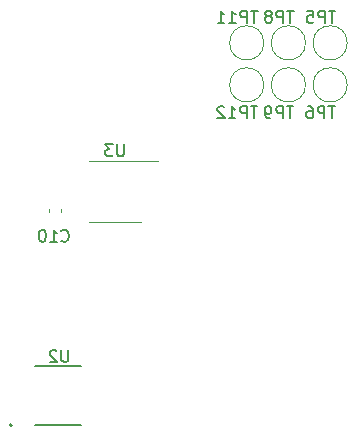
<source format=gbr>
%TF.GenerationSoftware,KiCad,Pcbnew,7.0.9*%
%TF.CreationDate,2023-12-12T05:21:09-05:00*%
%TF.ProjectId,MotorDriver,4d6f746f-7244-4726-9976-65722e6b6963,rev?*%
%TF.SameCoordinates,Original*%
%TF.FileFunction,Legend,Bot*%
%TF.FilePolarity,Positive*%
%FSLAX46Y46*%
G04 Gerber Fmt 4.6, Leading zero omitted, Abs format (unit mm)*
G04 Created by KiCad (PCBNEW 7.0.9) date 2023-12-12 05:21:09*
%MOMM*%
%LPD*%
G01*
G04 APERTURE LIST*
%ADD10C,0.150000*%
%ADD11C,0.120000*%
%ADD12C,0.127000*%
%ADD13C,0.200000*%
G04 APERTURE END LIST*
D10*
X79281257Y-138764180D02*
X79328876Y-138811800D01*
X79328876Y-138811800D02*
X79471733Y-138859419D01*
X79471733Y-138859419D02*
X79566971Y-138859419D01*
X79566971Y-138859419D02*
X79709828Y-138811800D01*
X79709828Y-138811800D02*
X79805066Y-138716561D01*
X79805066Y-138716561D02*
X79852685Y-138621323D01*
X79852685Y-138621323D02*
X79900304Y-138430847D01*
X79900304Y-138430847D02*
X79900304Y-138287990D01*
X79900304Y-138287990D02*
X79852685Y-138097514D01*
X79852685Y-138097514D02*
X79805066Y-138002276D01*
X79805066Y-138002276D02*
X79709828Y-137907038D01*
X79709828Y-137907038D02*
X79566971Y-137859419D01*
X79566971Y-137859419D02*
X79471733Y-137859419D01*
X79471733Y-137859419D02*
X79328876Y-137907038D01*
X79328876Y-137907038D02*
X79281257Y-137954657D01*
X78328876Y-138859419D02*
X78900304Y-138859419D01*
X78614590Y-138859419D02*
X78614590Y-137859419D01*
X78614590Y-137859419D02*
X78709828Y-138002276D01*
X78709828Y-138002276D02*
X78805066Y-138097514D01*
X78805066Y-138097514D02*
X78900304Y-138145133D01*
X77709828Y-137859419D02*
X77614590Y-137859419D01*
X77614590Y-137859419D02*
X77519352Y-137907038D01*
X77519352Y-137907038D02*
X77471733Y-137954657D01*
X77471733Y-137954657D02*
X77424114Y-138049895D01*
X77424114Y-138049895D02*
X77376495Y-138240371D01*
X77376495Y-138240371D02*
X77376495Y-138478466D01*
X77376495Y-138478466D02*
X77424114Y-138668942D01*
X77424114Y-138668942D02*
X77471733Y-138764180D01*
X77471733Y-138764180D02*
X77519352Y-138811800D01*
X77519352Y-138811800D02*
X77614590Y-138859419D01*
X77614590Y-138859419D02*
X77709828Y-138859419D01*
X77709828Y-138859419D02*
X77805066Y-138811800D01*
X77805066Y-138811800D02*
X77852685Y-138764180D01*
X77852685Y-138764180D02*
X77900304Y-138668942D01*
X77900304Y-138668942D02*
X77947923Y-138478466D01*
X77947923Y-138478466D02*
X77947923Y-138240371D01*
X77947923Y-138240371D02*
X77900304Y-138049895D01*
X77900304Y-138049895D02*
X77852685Y-137954657D01*
X77852685Y-137954657D02*
X77805066Y-137907038D01*
X77805066Y-137907038D02*
X77709828Y-137859419D01*
X102480904Y-119317419D02*
X101909476Y-119317419D01*
X102195190Y-120317419D02*
X102195190Y-119317419D01*
X101576142Y-120317419D02*
X101576142Y-119317419D01*
X101576142Y-119317419D02*
X101195190Y-119317419D01*
X101195190Y-119317419D02*
X101099952Y-119365038D01*
X101099952Y-119365038D02*
X101052333Y-119412657D01*
X101052333Y-119412657D02*
X101004714Y-119507895D01*
X101004714Y-119507895D02*
X101004714Y-119650752D01*
X101004714Y-119650752D02*
X101052333Y-119745990D01*
X101052333Y-119745990D02*
X101099952Y-119793609D01*
X101099952Y-119793609D02*
X101195190Y-119841228D01*
X101195190Y-119841228D02*
X101576142Y-119841228D01*
X100099952Y-119317419D02*
X100576142Y-119317419D01*
X100576142Y-119317419D02*
X100623761Y-119793609D01*
X100623761Y-119793609D02*
X100576142Y-119745990D01*
X100576142Y-119745990D02*
X100480904Y-119698371D01*
X100480904Y-119698371D02*
X100242809Y-119698371D01*
X100242809Y-119698371D02*
X100147571Y-119745990D01*
X100147571Y-119745990D02*
X100099952Y-119793609D01*
X100099952Y-119793609D02*
X100052333Y-119888847D01*
X100052333Y-119888847D02*
X100052333Y-120126942D01*
X100052333Y-120126942D02*
X100099952Y-120222180D01*
X100099952Y-120222180D02*
X100147571Y-120269800D01*
X100147571Y-120269800D02*
X100242809Y-120317419D01*
X100242809Y-120317419D02*
X100480904Y-120317419D01*
X100480904Y-120317419D02*
X100576142Y-120269800D01*
X100576142Y-120269800D02*
X100623761Y-120222180D01*
X98924904Y-127394619D02*
X98353476Y-127394619D01*
X98639190Y-128394619D02*
X98639190Y-127394619D01*
X98020142Y-128394619D02*
X98020142Y-127394619D01*
X98020142Y-127394619D02*
X97639190Y-127394619D01*
X97639190Y-127394619D02*
X97543952Y-127442238D01*
X97543952Y-127442238D02*
X97496333Y-127489857D01*
X97496333Y-127489857D02*
X97448714Y-127585095D01*
X97448714Y-127585095D02*
X97448714Y-127727952D01*
X97448714Y-127727952D02*
X97496333Y-127823190D01*
X97496333Y-127823190D02*
X97543952Y-127870809D01*
X97543952Y-127870809D02*
X97639190Y-127918428D01*
X97639190Y-127918428D02*
X98020142Y-127918428D01*
X96972523Y-128394619D02*
X96782047Y-128394619D01*
X96782047Y-128394619D02*
X96686809Y-128347000D01*
X96686809Y-128347000D02*
X96639190Y-128299380D01*
X96639190Y-128299380D02*
X96543952Y-128156523D01*
X96543952Y-128156523D02*
X96496333Y-127966047D01*
X96496333Y-127966047D02*
X96496333Y-127585095D01*
X96496333Y-127585095D02*
X96543952Y-127489857D01*
X96543952Y-127489857D02*
X96591571Y-127442238D01*
X96591571Y-127442238D02*
X96686809Y-127394619D01*
X96686809Y-127394619D02*
X96877285Y-127394619D01*
X96877285Y-127394619D02*
X96972523Y-127442238D01*
X96972523Y-127442238D02*
X97020142Y-127489857D01*
X97020142Y-127489857D02*
X97067761Y-127585095D01*
X97067761Y-127585095D02*
X97067761Y-127823190D01*
X97067761Y-127823190D02*
X97020142Y-127918428D01*
X97020142Y-127918428D02*
X96972523Y-127966047D01*
X96972523Y-127966047D02*
X96877285Y-128013666D01*
X96877285Y-128013666D02*
X96686809Y-128013666D01*
X96686809Y-128013666D02*
X96591571Y-127966047D01*
X96591571Y-127966047D02*
X96543952Y-127918428D01*
X96543952Y-127918428D02*
X96496333Y-127823190D01*
X79857504Y-148044819D02*
X79857504Y-148854342D01*
X79857504Y-148854342D02*
X79809885Y-148949580D01*
X79809885Y-148949580D02*
X79762266Y-148997200D01*
X79762266Y-148997200D02*
X79667028Y-149044819D01*
X79667028Y-149044819D02*
X79476552Y-149044819D01*
X79476552Y-149044819D02*
X79381314Y-148997200D01*
X79381314Y-148997200D02*
X79333695Y-148949580D01*
X79333695Y-148949580D02*
X79286076Y-148854342D01*
X79286076Y-148854342D02*
X79286076Y-148044819D01*
X78857504Y-148140057D02*
X78809885Y-148092438D01*
X78809885Y-148092438D02*
X78714647Y-148044819D01*
X78714647Y-148044819D02*
X78476552Y-148044819D01*
X78476552Y-148044819D02*
X78381314Y-148092438D01*
X78381314Y-148092438D02*
X78333695Y-148140057D01*
X78333695Y-148140057D02*
X78286076Y-148235295D01*
X78286076Y-148235295D02*
X78286076Y-148330533D01*
X78286076Y-148330533D02*
X78333695Y-148473390D01*
X78333695Y-148473390D02*
X78905123Y-149044819D01*
X78905123Y-149044819D02*
X78286076Y-149044819D01*
X95895894Y-119317419D02*
X95324466Y-119317419D01*
X95610180Y-120317419D02*
X95610180Y-119317419D01*
X94991132Y-120317419D02*
X94991132Y-119317419D01*
X94991132Y-119317419D02*
X94610180Y-119317419D01*
X94610180Y-119317419D02*
X94514942Y-119365038D01*
X94514942Y-119365038D02*
X94467323Y-119412657D01*
X94467323Y-119412657D02*
X94419704Y-119507895D01*
X94419704Y-119507895D02*
X94419704Y-119650752D01*
X94419704Y-119650752D02*
X94467323Y-119745990D01*
X94467323Y-119745990D02*
X94514942Y-119793609D01*
X94514942Y-119793609D02*
X94610180Y-119841228D01*
X94610180Y-119841228D02*
X94991132Y-119841228D01*
X93467323Y-120317419D02*
X94038751Y-120317419D01*
X93753037Y-120317419D02*
X93753037Y-119317419D01*
X93753037Y-119317419D02*
X93848275Y-119460276D01*
X93848275Y-119460276D02*
X93943513Y-119555514D01*
X93943513Y-119555514D02*
X94038751Y-119603133D01*
X92514942Y-120317419D02*
X93086370Y-120317419D01*
X92800656Y-120317419D02*
X92800656Y-119317419D01*
X92800656Y-119317419D02*
X92895894Y-119460276D01*
X92895894Y-119460276D02*
X92991132Y-119555514D01*
X92991132Y-119555514D02*
X93086370Y-119603133D01*
X95870494Y-127394619D02*
X95299066Y-127394619D01*
X95584780Y-128394619D02*
X95584780Y-127394619D01*
X94965732Y-128394619D02*
X94965732Y-127394619D01*
X94965732Y-127394619D02*
X94584780Y-127394619D01*
X94584780Y-127394619D02*
X94489542Y-127442238D01*
X94489542Y-127442238D02*
X94441923Y-127489857D01*
X94441923Y-127489857D02*
X94394304Y-127585095D01*
X94394304Y-127585095D02*
X94394304Y-127727952D01*
X94394304Y-127727952D02*
X94441923Y-127823190D01*
X94441923Y-127823190D02*
X94489542Y-127870809D01*
X94489542Y-127870809D02*
X94584780Y-127918428D01*
X94584780Y-127918428D02*
X94965732Y-127918428D01*
X93441923Y-128394619D02*
X94013351Y-128394619D01*
X93727637Y-128394619D02*
X93727637Y-127394619D01*
X93727637Y-127394619D02*
X93822875Y-127537476D01*
X93822875Y-127537476D02*
X93918113Y-127632714D01*
X93918113Y-127632714D02*
X94013351Y-127680333D01*
X93060970Y-127489857D02*
X93013351Y-127442238D01*
X93013351Y-127442238D02*
X92918113Y-127394619D01*
X92918113Y-127394619D02*
X92680018Y-127394619D01*
X92680018Y-127394619D02*
X92584780Y-127442238D01*
X92584780Y-127442238D02*
X92537161Y-127489857D01*
X92537161Y-127489857D02*
X92489542Y-127585095D01*
X92489542Y-127585095D02*
X92489542Y-127680333D01*
X92489542Y-127680333D02*
X92537161Y-127823190D01*
X92537161Y-127823190D02*
X93108589Y-128394619D01*
X93108589Y-128394619D02*
X92489542Y-128394619D01*
X102455504Y-127394619D02*
X101884076Y-127394619D01*
X102169790Y-128394619D02*
X102169790Y-127394619D01*
X101550742Y-128394619D02*
X101550742Y-127394619D01*
X101550742Y-127394619D02*
X101169790Y-127394619D01*
X101169790Y-127394619D02*
X101074552Y-127442238D01*
X101074552Y-127442238D02*
X101026933Y-127489857D01*
X101026933Y-127489857D02*
X100979314Y-127585095D01*
X100979314Y-127585095D02*
X100979314Y-127727952D01*
X100979314Y-127727952D02*
X101026933Y-127823190D01*
X101026933Y-127823190D02*
X101074552Y-127870809D01*
X101074552Y-127870809D02*
X101169790Y-127918428D01*
X101169790Y-127918428D02*
X101550742Y-127918428D01*
X100122171Y-127394619D02*
X100312647Y-127394619D01*
X100312647Y-127394619D02*
X100407885Y-127442238D01*
X100407885Y-127442238D02*
X100455504Y-127489857D01*
X100455504Y-127489857D02*
X100550742Y-127632714D01*
X100550742Y-127632714D02*
X100598361Y-127823190D01*
X100598361Y-127823190D02*
X100598361Y-128204142D01*
X100598361Y-128204142D02*
X100550742Y-128299380D01*
X100550742Y-128299380D02*
X100503123Y-128347000D01*
X100503123Y-128347000D02*
X100407885Y-128394619D01*
X100407885Y-128394619D02*
X100217409Y-128394619D01*
X100217409Y-128394619D02*
X100122171Y-128347000D01*
X100122171Y-128347000D02*
X100074552Y-128299380D01*
X100074552Y-128299380D02*
X100026933Y-128204142D01*
X100026933Y-128204142D02*
X100026933Y-127966047D01*
X100026933Y-127966047D02*
X100074552Y-127870809D01*
X100074552Y-127870809D02*
X100122171Y-127823190D01*
X100122171Y-127823190D02*
X100217409Y-127775571D01*
X100217409Y-127775571D02*
X100407885Y-127775571D01*
X100407885Y-127775571D02*
X100503123Y-127823190D01*
X100503123Y-127823190D02*
X100550742Y-127870809D01*
X100550742Y-127870809D02*
X100598361Y-127966047D01*
X98950304Y-119317419D02*
X98378876Y-119317419D01*
X98664590Y-120317419D02*
X98664590Y-119317419D01*
X98045542Y-120317419D02*
X98045542Y-119317419D01*
X98045542Y-119317419D02*
X97664590Y-119317419D01*
X97664590Y-119317419D02*
X97569352Y-119365038D01*
X97569352Y-119365038D02*
X97521733Y-119412657D01*
X97521733Y-119412657D02*
X97474114Y-119507895D01*
X97474114Y-119507895D02*
X97474114Y-119650752D01*
X97474114Y-119650752D02*
X97521733Y-119745990D01*
X97521733Y-119745990D02*
X97569352Y-119793609D01*
X97569352Y-119793609D02*
X97664590Y-119841228D01*
X97664590Y-119841228D02*
X98045542Y-119841228D01*
X96902685Y-119745990D02*
X96997923Y-119698371D01*
X96997923Y-119698371D02*
X97045542Y-119650752D01*
X97045542Y-119650752D02*
X97093161Y-119555514D01*
X97093161Y-119555514D02*
X97093161Y-119507895D01*
X97093161Y-119507895D02*
X97045542Y-119412657D01*
X97045542Y-119412657D02*
X96997923Y-119365038D01*
X96997923Y-119365038D02*
X96902685Y-119317419D01*
X96902685Y-119317419D02*
X96712209Y-119317419D01*
X96712209Y-119317419D02*
X96616971Y-119365038D01*
X96616971Y-119365038D02*
X96569352Y-119412657D01*
X96569352Y-119412657D02*
X96521733Y-119507895D01*
X96521733Y-119507895D02*
X96521733Y-119555514D01*
X96521733Y-119555514D02*
X96569352Y-119650752D01*
X96569352Y-119650752D02*
X96616971Y-119698371D01*
X96616971Y-119698371D02*
X96712209Y-119745990D01*
X96712209Y-119745990D02*
X96902685Y-119745990D01*
X96902685Y-119745990D02*
X96997923Y-119793609D01*
X96997923Y-119793609D02*
X97045542Y-119841228D01*
X97045542Y-119841228D02*
X97093161Y-119936466D01*
X97093161Y-119936466D02*
X97093161Y-120126942D01*
X97093161Y-120126942D02*
X97045542Y-120222180D01*
X97045542Y-120222180D02*
X96997923Y-120269800D01*
X96997923Y-120269800D02*
X96902685Y-120317419D01*
X96902685Y-120317419D02*
X96712209Y-120317419D01*
X96712209Y-120317419D02*
X96616971Y-120269800D01*
X96616971Y-120269800D02*
X96569352Y-120222180D01*
X96569352Y-120222180D02*
X96521733Y-120126942D01*
X96521733Y-120126942D02*
X96521733Y-119936466D01*
X96521733Y-119936466D02*
X96569352Y-119841228D01*
X96569352Y-119841228D02*
X96616971Y-119793609D01*
X96616971Y-119793609D02*
X96712209Y-119745990D01*
X84581904Y-130624819D02*
X84581904Y-131434342D01*
X84581904Y-131434342D02*
X84534285Y-131529580D01*
X84534285Y-131529580D02*
X84486666Y-131577200D01*
X84486666Y-131577200D02*
X84391428Y-131624819D01*
X84391428Y-131624819D02*
X84200952Y-131624819D01*
X84200952Y-131624819D02*
X84105714Y-131577200D01*
X84105714Y-131577200D02*
X84058095Y-131529580D01*
X84058095Y-131529580D02*
X84010476Y-131434342D01*
X84010476Y-131434342D02*
X84010476Y-130624819D01*
X83629523Y-130624819D02*
X83010476Y-130624819D01*
X83010476Y-130624819D02*
X83343809Y-131005771D01*
X83343809Y-131005771D02*
X83200952Y-131005771D01*
X83200952Y-131005771D02*
X83105714Y-131053390D01*
X83105714Y-131053390D02*
X83058095Y-131101009D01*
X83058095Y-131101009D02*
X83010476Y-131196247D01*
X83010476Y-131196247D02*
X83010476Y-131434342D01*
X83010476Y-131434342D02*
X83058095Y-131529580D01*
X83058095Y-131529580D02*
X83105714Y-131577200D01*
X83105714Y-131577200D02*
X83200952Y-131624819D01*
X83200952Y-131624819D02*
X83486666Y-131624819D01*
X83486666Y-131624819D02*
X83581904Y-131577200D01*
X83581904Y-131577200D02*
X83629523Y-131529580D01*
D11*
%TO.C,C10*%
X78230000Y-136347780D02*
X78230000Y-136066620D01*
X79250000Y-136347780D02*
X79250000Y-136066620D01*
%TO.C,TP5*%
X103481800Y-122021600D02*
G75*
G03*
X103481800Y-122021600I-1450000J0D01*
G01*
%TO.C,TP9*%
X99951200Y-125577600D02*
G75*
G03*
X99951200Y-125577600I-1450000J0D01*
G01*
D12*
%TO.C,U2*%
X77052800Y-154417000D02*
X80952800Y-154417000D01*
X77052800Y-149367000D02*
X80952800Y-149367000D01*
D13*
X75102800Y-154392000D02*
G75*
G03*
X75102800Y-154392000I-100000J0D01*
G01*
D11*
%TO.C,TP11*%
X96420600Y-122021600D02*
G75*
G03*
X96420600Y-122021600I-1450000J0D01*
G01*
%TO.C,TP12*%
X96420600Y-125577600D02*
G75*
G03*
X96420600Y-125577600I-1450000J0D01*
G01*
%TO.C,TP6*%
X103481800Y-125577600D02*
G75*
G03*
X103481800Y-125577600I-1450000J0D01*
G01*
%TO.C,TP8*%
X99951200Y-122021600D02*
G75*
G03*
X99951200Y-122021600I-1450000J0D01*
G01*
%TO.C,U3*%
X83820000Y-132010000D02*
X81620000Y-132010000D01*
X83820000Y-137230000D02*
X81620000Y-137230000D01*
X83820000Y-137230000D02*
X86020000Y-137230000D01*
X83820000Y-132010000D02*
X87420000Y-132010000D01*
%TD*%
M02*

</source>
